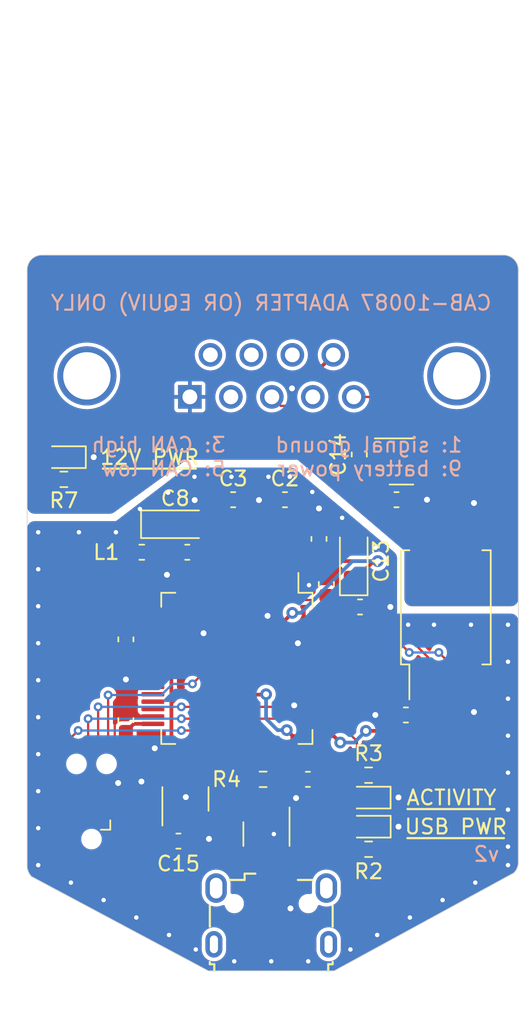
<source format=kicad_pcb>
(kicad_pcb (version 20221018) (generator pcbnew)
  (layers (0 "F.Cu" signal) (31 "B.Cu" signal) (34 "B.Paste" user) (35 "F.Paste" user) (36 "B.SilkS" user "B.Silkscreen") (37 "F.SilkS" user "F.Silkscreen") (38 "B.Mask" user) (39 "F.Mask" user) (44 "Edge.Cuts" user))
  (net 0 "")
  (net 1 "GND")
  (net 2 "Net-(U3-PF0)")
  (net 3 "Net-(U3-PF1)")
  (net 4 "GNDPWR")
  (net 5 "/USBD+")
  (net 6 "Net-(U3-VDDA)")
  (net 7 "Net-(D1-A)")
  (net 8 "/NRST")
  (net 9 "/USBD-")
  (net 10 "Net-(D2-A)")
  (net 11 "Net-(D3-A)")
  (net 12 "+5V")
  (net 14 "+BATT")
  (net 16 "/SWO")
  (net 17 "/SWCLK")
  (net 18 "/SWDIO")
  (net 19 "/CAN_TX")
  (net 20 "/CAN_RX")
  (net 24 "+3V3")
  (net 26 "Net-(U3-PA15)")
  (net 27 "Net-(U3-PA10)")
  (net 29 "VBUS")
  (net 71 "/$USBD+")
  (net 72 "/$USBD-")
  (net 76 "/CAN-")
  (net 77 "/CAN+")
  (net 78 "GNDS")
  (footprint "Connector_Dsub:DSUB-9_Female_Horizontal_P2.77x2.84mm_EdgePinOffset9.90mm_Housed_MountingHolesOffset11.32mm" (layer "F.Cu") (at 145 70.6 180)
    (fp_text reference "J1" hide)
    (fp_text value "LD09P13A4GV00LF")
  )
  (footprint "Capacitor_SMD:C_0603_1608Metric" (layer "F.Cu") (at 159.6 92.1 180)
    (fp_text reference "C9" hide)
    (fp_text value "0.1uF")
  )
  (footprint "LED_SMD:LED_0603_1608Metric" (layer "F.Cu") (at 157.085 99.65 180)
    (fp_text reference "D1" hide)
    (fp_text value "2.7V/5mA")
  )
  (footprint "Package_TO_SOT_SMD:SOT-23-5" (layer "F.Cu") (at 144.7 97.775 90)
    (fp_text reference "U1" hide)
    (fp_text value "NCP730ASN330")
  )
  (footprint "Capacitor_SMD:C_0603_1608Metric" (layer "F.Cu") (at 144.225 100.625)
    (fp_text reference "C15")
    (fp_text value "1uF")
  )
  (footprint "Capacitor_SMD:C_0603_1608Metric" (layer "F.Cu") (at 147.925 77.55)
    (fp_text reference "C3")
    (fp_text value "26pF")
  )
  (footprint "Capacitor_Tantalum_SMD:CP_EIA-3216-18_Kemet-A" (layer "F.Cu") (at 144.01 79.21)
    (fp_text reference "C8")
    (fp_text value "1uF")
  )
  (footprint "Capacitor_SMD:C_0603_1608Metric" (layer "F.Cu") (at 153.725 80.2 90)
    (fp_text reference "C1" hide)
    (fp_text value "0.1uF")
  )
  (footprint "Capacitor_SMD:C_0603_1608Metric" (layer "F.Cu") (at 154.225 83.25 90)
    (fp_text reference "C4" hide)
    (fp_text value "0.1uF")
  )
  (footprint "Capacitor_SMD:C_0603_1608Metric" (layer "F.Cu") (at 152.975 96.45 180)
    (fp_text reference "C11" hide)
    (fp_text value "0.1uF")
  )
  (footprint "Resistor_SMD:R_0603_1608Metric" (layer "F.Cu") (at 149.95 96.45 180)
    (fp_text reference "R4")
    (fp_text value "1500/1%")
  )
  (footprint "Connector:Tag-Connect_TC2030-IDC-NL_2x03_P1.27mm_Vertical" (layer "F.Cu") (at 138.35 97.95 90)
    (fp_text reference "J3" hide)
    (fp_text value "TC2030-IDC-NL")
  )
  (footprint "Capacitor_SMD:C_0603_1608Metric" (layer "F.Cu") (at 158.9625 77.55)
    (fp_text reference "C10" hide)
    (fp_text value "0.1uF")
  )
  (footprint "Crystal:Crystal_SMD_5032-2Pin_5.0x3.2mm" (layer "F.Cu") (at 149.675 80.275 180)
    (fp_text reference "Y1" hide)
    (fp_text value "ECS-80-18-30-JGN")
  )
  (footprint "Package_QFP:LQFP-64_10x10mm_P0.5mm" (layer "F.Cu") (at 148.175 88.95 -90)
    (fp_text reference "U3" hide)
    (fp_text value "STM32F303RCTx")
  )
  (footprint "Capacitor_SMD:C_0603_1608Metric" (layer "F.Cu") (at 140.675 92.45 90)
    (fp_text reference "C7" hide)
    (fp_text value "0.1uF")
  )
  (footprint "Inductor_SMD:L_0603_1608Metric" (layer "F.Cu") (at 141.75 81.1)
    (fp_text reference "L1")
    (fp_text value "BLM18KG700JH1D")
  )
  (footprint "Capacitor_SMD:C_0603_1608Metric" (layer "F.Cu") (at 156.5 84.8)
    (fp_text reference "C12" hide)
    (fp_text value "0.1uF")
  )
  (footprint "Capacitor_SMD:C_0603_1608Metric" (layer "F.Cu") (at 151.425 77.55 180)
    (fp_text reference "C2")
    (fp_text value "26pF")
  )
  (footprint "Capacitor_Tantalum_SMD:CP_EIA-3216-18_Kemet-A" (layer "F.Cu") (at 156.075 81.7 90)
    (fp_text reference "C13")
    (fp_text value "10uF")
  )
  (footprint "Capacitor_SMD:C_0603_1608Metric" (layer "F.Cu") (at 140.675 86.99 -90)
    (fp_text reference "C5" hide)
    (fp_text value "0.1uF")
  )
  (footprint "Package_SO:SOIC-8_7.5x5.85mm_P1.27mm" (layer "F.Cu") (at 162.3 84.825 90)
    (fp_text reference "U4" hide)
    (fp_text value "ADM3058E")
  )
  (footprint "Connector_USB:USB_Micro-B_Wuerth_629105150521" (layer "F.Cu") (at 150.5 105.65)
    (fp_text reference "J2" hide)
    (fp_text value "629105150521")
  )
  (footprint "Package_TO_SOT_SMD:SOT-23-6" (layer "F.Cu") (at 150.175 100.15 -90)
    (fp_text reference "U2" hide)
    (fp_text value "USBLC6-2SC6")
  )
  (footprint "Resistor_SMD:R_0603_1608Metric" (layer "F.Cu") (at 157.08 101.175)
    (fp_text reference "R2")
    (fp_text value "620/0.1W")
  )
  (footprint "Package_TO_SOT_SMD:SOT-23-5" (layer "F.Cu") (at 159.3 74.965)
    (fp_text reference "U5" hide)
    (fp_text value "NCP730ASN500")
  )
  (footprint "Resistor_SMD:R_0603_1608Metric" (layer "F.Cu") (at 136.4825 76.175 180)
    (fp_text reference "R7")
    (fp_text value "2400/0.1W")
  )
  (footprint "LED_SMD:LED_0603_1608Metric" (layer "F.Cu") (at 136.4825 74.675 180)
    (fp_text reference "D3" hide)
    (fp_text value "2.7V/5mA")
  )
  (footprint "Resistor_SMD:R_0603_1608Metric" (layer "F.Cu") (at 157.08 96.17)
    (fp_text reference "R3")
    (fp_text value "620/0.1W")
  )
  (footprint "LED_SMD:LED_0603_1608Metric" (layer "F.Cu") (at 157.08 97.685 180)
    (fp_text reference "D2" hide)
    (fp_text value "2.7V/5mA")
  )
  (footprint "Capacitor_SMD:C_0603_1608Metric" (layer "F.Cu") (at 156.45 74.495 -90)
    (fp_text reference "C14")
    (fp_text value "1uF")
  )
  (footprint "Capacitor_SMD:C_0603_1608Metric" (layer "F.Cu") (at 144.825 81.1)
    (fp_text reference "C6" hide)
    (fp_text value "0.1uF")
  )
  (gr_line (start 159.7 100.425) (end 166.225 100.425) (stroke (width 0.15)) (layer "F.SilkS"))
  (gr_line (start 159.71 98.46) (end 165.585 98.46) (stroke (width 0.15)) (layer "F.SilkS"))
  (gr_line (start 139.125 75.45) (end 145.4 75.45) (stroke (width 0.15)) (layer "F.SilkS"))
  (gr_arc (start 166.2 61.01) (mid 166.907107 61.302893) (end 167.2 62.01) (stroke (width 0.05)) (layer "Edge.Cuts"))
  (gr_line (start 134.300483 103.02543) (end 146.25 109.4) (stroke (width 0.05)) (layer "Edge.Cuts"))
  (gr_line (start 166.2 61.01) (end 135 61.01) (stroke (width 0.05)) (layer "Edge.Cuts"))
  (gr_arc (start 134 62.01) (mid 134.292893 61.302893) (end 135 61.01) (stroke (width 0.05)) (layer "Edge.Cuts"))
  (gr_line (start 154.75 109.4) (end 166.899517 102.77543) (stroke (width 0.05)) (layer "Edge.Cuts"))
  (gr_arc (start 134.300483 103.02543) (mid 134.078093 102.6926) (end 134 102.3) (stroke (width 0.05)) (layer "Edge.Cuts"))
  (gr_line (start 146.25 109.4) (end 154.75 109.4) (stroke (width 0.05)) (layer "Edge.Cuts"))
  (gr_line (start 167.2 102.05) (end 167.2 62.01) (stroke (width 0.05)) (layer "Edge.Cuts"))
  (gr_arc (start 167.2 102.05) (mid 167.121907 102.4426) (end 166.899517 102.77543) (stroke (width 0.05)) (layer "Edge.Cuts"))
  (gr_line (start 134 102.3) (end 134 62.01) (stroke (width 0.05)) (layer "Edge.Cuts"))
  (gr_text "1: signal ground\n9: battery power" (at 163.5 74.65) (layer "B.SilkS") (effects (font (size 1 1)) (justify left mirror)))
  (gr_text "CAB-10087 ADAPTER (OR EQUIV) ONLY" (at 150.5 64.25) (layer "B.SilkS") (effects (font (size 1 1)) (justify mirror)))
  (gr_text "v2" (at 166 101.5) (layer "B.SilkS") (effects (font (size 1 1)) (justify left mirror)))
  (gr_text "3: CAN high\n5: CAN low" (at 147.5 74.65) (layer "B.SilkS") (effects (font (size 1 1)) (justify left mirror)))
  (gr_text "USB PWR" (at 159.425 99.65) (layer "F.SilkS") (effects (font (size 1 1)) (justify left)))
  (gr_text "ACTIVITY" (at 159.56 97.685) (layer "F.SilkS") (effects (font (size 1 1)) (justify left)))
  (gr_text "12V PWR" (at 138.85 74.675) (layer "F.SilkS") (effects (font (size 1 1)) (justify left)))
  (segment (start 151.425 95.6875) (end 152.1875 96.45) (width 0.25) (layer "F.Cu") (net 1))
  (segment (start 146.425 83.275) (end 146.425 82.75) (width 0.25) (layer "F.Cu") (net 1))
  (segment (start 153.85 85.7) (end 156.8625 85.7) (width 0.25) (layer "F.Cu") (net 1))
  (segment (start 138.985 96.68) (end 140.13 96.68) (width 0.25) (layer "F.Cu") (net 1))
  (segment (start 152.35 87.2) (end 152.3 87.25) (width 0.153) (layer "F.Cu") (net 1))
  (segment (start 140.13 96.68) (end 140.15 96.7) (width 0.25) (layer "F.Cu") (net 1))
  (segment (start 151.425 94.625) (end 151.425 95.6875) (width 0.25) (layer "F.Cu") (net 1))
  (segment (start 144.7 98.875) (end 144.7 100.1625) (width 0.25) (layer "F.Cu") (net 1))
  (segment (start 139.92349 94.232805) (end 141.725 96.034315) (width 0.153) (layer "F.Cu") (net 1))
  (segment (start 157.2875 85.275) (end 157.2875 84.8) (width 0.25) (layer "F.Cu") (net 1))
  (segment (start 156.8625 85.7) (end 157.2875 85.275) (width 0.25) (layer "F.Cu") (net 1))
  (segment (start 153.85 87.2) (end 152.35 87.2) (width 0.153) (layer "F.Cu") (net 1))
  (segment (start 140.675 90.403222) (end 139.92349 91.154732) (width 0.153) (layer "F.Cu") (net 1))
  (segment (start 146.40001 81.88751) (end 145.6125 81.1) (width 0.25) (layer "F.Cu") (net 1))
  (segment (start 141.2125 92.2) (end 140.675 91.6625) (width 0.25) (layer "F.Cu") (net 1))
  (segment (start 139.92349 91.154732) (end 139.92349 94.232805) (width 0.153) (layer "F.Cu") (net 1))
  (segment (start 153.9125 82.4625) (end 154.225 82.4625) (width 0.153) (layer "F.Cu") (net 1))
  (segment (start 142.5 92.2) (end 141.2125 92.2) (width 0.25) (layer "F.Cu") (net 1))
  (segment (start 144.7 100.1625) (end 145.0125 100.475) (width 0.25) (layer "F.Cu") (net 1))
  (segment (start 140.675 89.7) (end 140.675 90.403222) (width 0.153) (layer "F.Cu") (net 1))
  (segment (start 153.05 83.325) (end 153.9125 82.4625) (width 0.153) (layer "F.Cu") (net 1))
  (segment (start 146.40001 82.72501) (end 146.40001 81.88751) (width 0.25) (layer "F.Cu") (net 1))
  (segment (start 146.425 82.75) (end 146.40001 82.72501) (width 0.25) (layer "F.Cu") (net 1))
  (segment (start 141.725 96.034315) (end 141.725 96.6) (width 0.153) (layer "F.Cu") (net 1))
  (via (at 157.535 92.1) (size 0.8) (drill 0.4) (layers "F.Cu" "B.Cu") (net 1))
  (via (at 158.55 84.8) (size 0.8) (drill 0.4) (layers "F.Cu" "B.Cu") (net 1))
  (via (at 153.725 78.14) (size 0.8) (drill 0.4) (layers "F.Cu" "B.Cu") (net 1))
  (via (at 145.325 77.575) (size 0.8) (drill 0.4) (layers "F.Cu" "B.Cu") (net 1))
  (via (at 152.175 97.715) (size 0.8) (drill 0.4) (layers "F.Cu" "B.Cu") (net 1))
  (via (at 159.1 99.65) (size 0.8) (drill 0.4) (layers "F.Cu" "B.Cu") (net 1))
  (via (at 140.675 89.7) (size 0.8) (drill 0.4) (layers "F.Cu" "B.Cu") (net 1))
  (via (at 159.1 97.675) (size 0.8) (drill 0.4) (layers "F.Cu" "B.Cu") (net 1))
  (via (at 153.275 77.025) (size 0.6) (drill 0.3) (layers "F.Cu" "B.Cu") (net 1))
  (via (at 146.29 100.475) (size 0.8) (drill 0.4) (layers "F.Cu" "B.Cu") (net 1))
  (via (at 151.8 105.175) (size 0.8) (drill 0.4) (layers "F.Cu" "B.Cu") (net 1))
  (via (at 134.75 82.25) (size 0.6) (drill 0.3) (layers "F.Cu" "B.Cu") (net 1))
  (via (at 134.75 84.75) (size 0.6) (drill 0.3) (layers "F.Cu" "B.Cu") (net 1))
  (via (at 134.75 87.25) (size 0.6) (drill 0.3) (layers "F.Cu" "B.Cu") (net 1))
  (via (at 134.75 89.75) (size 0.6) (drill 0.3) (layers "F.Cu" "B.Cu") (net 1))
  (via (at 134.75 92.25) (size 0.6) (drill 0.3) (layers "F.Cu" "B.Cu") (net 1))
  (via (at 134.75 94.75) (size 0.6) (drill 0.3) (layers "F.Cu" "B.Cu") (net 1))
  (via (at 134.75 97.25) (size 0.6) (drill 0.3) (layers "F.Cu" "B.Cu") (net 1))
  (via (at 134.75 99.75) (size 0.6) (drill 0.3) (layers "F.Cu" "B.Cu") (net 1))
  (via (at 134.75 102.25) (size 0.6) (drill 0.3) (layers "F.Cu" "B.Cu") (net 1))
  (via (at 166.5 88.5) (size 0.6) (drill 0.3) (layers "F.Cu" "B.Cu") (net 1))
  (via (at 166.5 91) (size 0.6) (drill 0.3) (layers "F.Cu" "B.Cu") (net 1))
  (via (at 166.5 93.5) (size 0.6) (drill 0.3) (layers "F.Cu" "B.Cu") (net 1))
  (via (at 166.5 96) (size 0.6) (drill 0.3) (layers "F.Cu" "B.Cu") (net 1))
  (via (at 166.5 98.5) (size 0.6) (drill 0.3) (layers "F.Cu" "B.Cu") (net 1))
  (via (at 166.5 101) (size 0.6) (drill 0.3) (layers "F.Cu" "B.Cu") (net 1))
  (via (at 136.96 103.43) (size 0.6) (drill 0.3) (layers "F.Cu" "B.Cu") (net 1))
  (via (at 139.17 104.61) (size 0.6) (drill 0.3) (layers "F.Cu" "B.Cu") (net 1))
  (via (at 141.38 105.79) (size 0.6) (drill 0.3) (layers "F.Cu" "B.Cu") (net 1))
  (via (at 166.5 102.25) (size 0.6) (drill 0.3) (layers "F.Cu" "B.Cu") (net 1))
  (via (at 164.29 103.43) (size 0.6) (drill 0.3) (layers "F.Cu" "B.Cu") (net 1))
  (via (at 162.08 104.61) (size 0.6) (drill 0.3) (layers "F.Cu" "B.Cu") (net 1))
  (via (at 159.87 105.79) (size 0.6) (drill 0.3) (layers "F.Cu" "B.Cu") (net 1))
  (via (at 137.5 79.75) (size 0.6) (drill 0.3) (layers "F.Cu" "B.Cu") (net 1))
  (via (at 164 86) (size 0.6) (drill 0.3) (layers "F.Cu" "B.Cu") (net 1))
  (via (at 161.5 86) (size 0.6) (drill 0.3) (layers "F.Cu" "B.Cu") (net 1))
  (via (at 140 79.75) (size 0.6) (drill 0.3) (layers "F.Cu" "B.Cu") (net 1))
  (via (at 141.625 78.175) (size 0.6) (drill 0.3) (layers "F.Cu" "B.Cu") (net 1))
  (via (at 143.525 77.075) (size 0.6) (drill 0.3) (layers "F.Cu" "B.Cu") (net 1))
  (via (at 145.31 76) (size 0.6) (drill 0.3) (layers "F.Cu" "B.Cu") (net 1))
  (via (at 147.81 76) (size 0.6) (drill 0.3) (layers "F.Cu" "B.Cu") (net 1))
  (via (at 150.31 76) (size 0.6) (drill 0.3) (layers "F.Cu" "B.Cu") (net 1))
  (via (at 151.75 76) (size 0.6) (drill 0.3) (layers "F.Cu" "B.Cu") (net 1))
  (via (at 155.29 78.775) (size 0.6) (drill 0.3) (layers "F.Cu" "B.Cu") (net 1))
  (via (at 157.55 80.8) (size 0.6) (drill 0.3) (layers "F.Cu" "B.Cu") (net 1))
  (via (at 159.75 86) (size 0.6) (drill 0.3) (layers "F.Cu" "B.Cu") (net 1))
  (via (at 148 108.75) (size 0.6) (drill 0.3) (layers "F.Cu" "B.Cu") (net 1))
  (via (at 150.5 108.75) (size 0.6) (drill 0.3) (layers "F.Cu" "B.Cu") (net 1))
  (via (at 153 108.75) (size 0.6) (drill 0.3) (layers "F.Cu" "B.Cu") (net 1))
  (via (at 143.59 106.97) (size 0.6) (drill 0.3) (layers "F.Cu" "B.Cu") (net 1))
  (via (at 145.4 107.95) (size 0.6) (drill 0.3) (layers "F.Cu" "B.Cu") (net 1))
  (via (at 155.85 107.95) (size 0.6) (drill 0.3) (layers "F.Cu" "B.Cu") (net 1))
  (via (at 157.66 106.97) (size 0.6) (drill 0.3) (layers "F.Cu" "B.Cu") (net 1))
  (via (at 164.2 91.9) (size 0.8) (drill 0.4) (layers "F.Cu" "B.Cu") (net 1))
  (via (at 140.15 96.7) (size 0.8) (drill 0.4) (layers "F.Cu" "B.Cu") (net 1))
  (via (at 153.05 83.325) (size 0.6) (drill 0.3) (layers "F.Cu" "B.Cu") (net 1))
  (via (at 145.925 86.575) (size 0.8) (drill 0.4) (layers "F.Cu" "B.Cu") (net 1))
  (via (at 134.75 79.75) (size 0.6) (drill 0.3) (layers "F.Cu" "B.Cu") (net 1))
  (via (at 152.3 87.25) (size 0.8) (drill 0.4) (layers "F.Cu" "B.Cu") (net 1))
  (via (at 144.725 97.65) (size 0.8) (drill 0.4) (layers "F.Cu" "B.Cu") (net 1))
  (via (at 150.675 100.15) (size 0.6) (drill 0.3) (layers "F.Cu" "B.Cu") (net 1))
  (via (at 152.05 91.45) (size 0.8) (drill 0.4) (layers "F.Cu" "B.Cu") (net 1))
  (via (at 141.725 96.6) (size 0.8) (drill 0.4) (layers "F.Cu" "B.Cu") (net 1))
  (via (at 150.25 85.4) (size 0.8) (drill 0.4) (layers "F.Cu" "B.Cu") (net 1))
  (via (at 149.67 77.575) (size 0.8) (drill 0.4) (layers "F.Cu" "B.Cu") (net 1))
  (via (at 142.625 94.35) (size 0.8) (drill 0.4) (layers "F.Cu" "B.Cu") (net 1))
  (via (at 143.45 82.625) (size 0.8) (drill 0.4) (layers "F.Cu" "B.Cu") (net 1))
  (via (at 166.5 86) (size 0.6) (drill 0.3) (layers "F.Cu" "B.Cu") (net 1))
  (segment (start 152.2125 79.7875) (end 151.725 80.275) (width 0.25) (layer "F.Cu") (net 2))
  (segment (start 149.925 83.275) (end 149.925 80.875) (width 0.25) (layer "F.Cu") (net 2))
  (segment (start 149.925 80.875) (end 150.525 80.275) (width 0.25) (layer "F.Cu") (net 2))
  (segment (start 150.525 80.275) (end 151.725 80.275) (width 0.25) (layer "F.Cu") (net 2))
  (segment (start 152.2125 77.55) (end 152.2125 79.7875) (width 0.25) (layer "F.Cu") (net 2))
  (segment (start 147.1375 77.55) (end 147.1375 79.7875) (width 0.25) (layer "F.Cu") (net 3))
  (segment (start 148.825 80.275) (end 147.625 80.275) (width 0.25) (layer "F.Cu") (net 3))
  (segment (start 147.1375 79.7875) (end 147.625 80.275) (width 0.25) (layer "F.Cu") (net 3))
  (segment (start 149.425 80.875) (end 148.825 80.275) (width 0.25) (layer "F.Cu") (net 3))
  (segment (start 149.425 83.275) (end 149.425 80.875) (width 0.25) (layer "F.Cu") (net 3))
  (segment (start 150.425 96.45) (end 150.422 96.447) (width 0.153) (layer "F.Cu") (net 5))
  (segment (start 151.125 98.254999) (end 150.328 97.457999) (width 0.153) (layer "F.Cu") (net 5))
  (segment (start 150.35151 95.470602) (end 150.35151 94.69849) (width 0.153) (layer "F.Cu") (net 5))
  (segment (start 150.422 96.447) (end 150.37501 96.447) (width 0.153) (layer "F.Cu") (net 5))
  (segment (start 150.35151 94.69849) (end 150.425 94.625) (width 0.153) (layer "F.Cu") (net 5))
  (segment (start 151.125 99.05) (end 151.125 98.254999) (width 0.153) (layer "F.Cu") (net 5))
  (segment (start 150.328 95.494112) (end 150.35151 95.470602) (width 0.153) (layer "F.Cu") (net 5))
  (segment (start 150.7375 96.45) (end 150.425 96.45) (width 0.153) (layer "F.Cu") (net 5))
  (segment (start 150.328 97.457999) (end 150.328 95.494112) (width 0.153) (layer "F.Cu") (net 5))
  (segment (start 144.0375 80.625) (end 144.0375 81.1) (width 0.25) (layer "F.Cu") (net 6))
  (segment (start 142.5375 79.3325) (end 142.66 79.21) (width 0.25) (layer "F.Cu") (net 6))
  (segment (start 142.66 79.21) (end 143.36 79.21) (width 0.25) (layer "F.Cu") (net 6))
  (segment (start 145.925 82.434298) (end 145.925 82.5) (width 0.25) (layer "F.Cu") (net 6))
  (segment (start 144.63749 82.17499) (end 145.665692 82.17499) (width 0.25) (layer "F.Cu") (net 6))
  (segment (start 142.5375 81.1) (end 142.5375 79.3325) (width 0.25) (layer "F.Cu") (net 6))
  (segment (start 145.925 82.5) (end 145.925 83.275) (width 0.25) (layer "F.Cu") (net 6))
  (segment (start 144.0375 79.8875) (end 144.0375 80.625) (width 0.25) (layer "F.Cu") (net 6))
  (segment (start 143.36 79.21) (end 144.0375 79.8875) (width 0.25) (layer "F.Cu") (net 6))
  (segment (start 144.0375 81.575) (end 144.63749 82.17499) (width 0.25) (layer "F.Cu") (net 6))
  (segment (start 145.665692 82.17499) (end 145.925 82.434298) (width 0.25) (layer "F.Cu") (net 6))
  (segment (start 144.0375 81.1) (end 144.0375 81.575) (width 0.25) (layer "F.Cu") (net 6))
  (segment (start 157.8225 101.175) (end 156.2975 99.65) (width 0.25) (layer "F.Cu") (net 7))
  (segment (start 157.8675 101.175) (end 157.8225 101.175) (width 0.25) (layer "F.Cu") (net 7))
  (segment (start 140.826501 95.728235) (end 139.475 94.376734) (width 0.153) (layer "F.Cu") (net 8))
  (segment (start 148.925 86.25) (end 148.925 83.275) (width 0.153) (layer "F.Cu") (net 8))
  (segment (start 153.75 84.0375) (end 153.46099 84.32651) (width 0.153) (layer "F.Cu") (net 8))
  (segment (start 138.985 97.95) (end 139.901222 97.95) (width 0.153) (layer "F.Cu") (net 8))
  (segment (start 139.475 94.376734) (end 139.475 91.25) (width 0.153) (layer "F.Cu") (net 8))
  (segment (start 154.225 84.0375) (end 153.75 84.0375) (width 0.153) (layer "F.Cu") (net 8))
  (segment (start 139.901222 97.95) (end 140.826501 97.024721) (width 0.153) (layer "F.Cu") (net 8))
  (segment (start 140.826501 97.024721) (end 140.826501 95.728235) (width 0.153) (layer "F.Cu") (net 8))
  (segment (start 139.475 91.25) (end 139.475 90.75) (width 0.153) (layer "F.Cu") (net 8))
  (segment (start 148.925 84.05) (end 148.925 83.275) (width 0.153) (layer "F.Cu") (net 8))
  (segment (start 153.46099 84.32651) (end 149.20151 84.32651) (width 0.153) (layer "F.Cu") (net 8))
  (segment (start 145.175 90) (end 148.925 86.25) (width 0.153) (layer "F.Cu") (net 8))
  (segment (start 149.20151 84.32651) (end 148.925 84.05) (width 0.153) (layer "F.Cu") (net 8))
  (via (at 139.475 90.75) (size 0.6) (drill 0.3) (layers "F.Cu" "B.Cu") (net 8))
  (via (at 145.175 90) (size 0.6) (drill 0.3) (layers "F.Cu" "B.Cu") (net 8))
  (segment (start 143.825 90) (end 145.175 90) (width 0.153) (layer "B.Cu") (net 8))
  (segment (start 143.075 90.75) (end 143.825 90) (width 0.153) (layer "B.Cu") (net 8))
  (segment (start 139.475 90.75) (end 143.075 90.75) (width 0.153) (layer "B.Cu") (net 8))
  (segment (start 149.225 98.254999) (end 150.022 97.457999) (width 0.153) (layer "F.Cu") (net 9))
  (segment (start 150.022 95.494112) (end 149.99849 95.470602) (width 0.153) (layer "F.Cu") (net 9))
  (segment (start 149.99849 95.470602) (end 149.99849 94.69849) (width 0.153) (layer "F.Cu") (net 9))
  (segment (start 150.022 97.457999) (end 150.022 95.494112) (width 0.153) (layer "F.Cu") (net 9))
  (segment (start 149.225 99.05) (end 149.225 98.254999) (width 0.153) (layer "F.Cu") (net 9))
  (segment (start 149.99849 94.69849) (end 149.925 94.625) (width 0.153) (layer "F.Cu") (net 9))
  (segment (start 156.3525 97.685) (end 157.8675 96.17) (width 0.153) (layer "F.Cu") (net 10))
  (segment (start 156.2925 97.685) (end 156.3525 97.685) (width 0.153) (layer "F.Cu") (net 10))
  (segment (start 135.695 74.675) (end 135.695 76.175) (width 0.25) (layer "F.Cu") (net 11))
  (segment (start 138.073002 76.175) (end 137.7075 76.175) (width 0.25) (layer "F.Cu") (net 12))
  (segment (start 159.65 79.5) (end 160.095 79.5) (width 0.25) (layer "F.Cu") (net 12))
  (segment (start 158.1875 77.55) (end 159.45 76.2875) (width 0.25) (layer "F.Cu") (net 12))
  (segment (start 140.273002 73.975) (end 138.073002 76.175) (width 0.25) (layer "F.Cu") (net 12))
  (segment (start 156.95 77.55) (end 153.375 73.975) (width 0.25) (layer "F.Cu") (net 12))
  (segment (start 158.175 77.55) (end 158.175 78.025) (width 0.25) (layer "F.Cu") (net 12))
  (segment (start 153.375 73.975) (end 140.273002 73.975) (width 0.25) (layer "F.Cu") (net 12))
  (segment (start 159.45 76.2875) (end 159.45 75.0025) (width 0.25) (layer "F.Cu") (net 12))
  (segment (start 137.7075 76.175) (end 137.27 76.175) (width 0.25) (layer "F.Cu") (net 12))
  (segment (start 158.175 77.55) (end 156.95 77.55) (width 0.25) (layer "F.Cu") (net 12))
  (segment (start 159.45 75.0025) (end 160.4375 74.015) (width 0.25) (layer "F.Cu") (net 12))
  (segment (start 160.095 79.5) (end 160.395 79.5) (width 0.25) (layer "F.Cu") (net 12))
  (segment (start 158.175 78.025) (end 159.65 79.5) (width 0.25) (layer "F.Cu") (net 12))
  (segment (start 149.877599 69.219999) (end 153.235001 69.219999) (width 0.25) (layer "F.Cu") (net 14))
  (segment (start 149.159999 71.262401) (end 149.159999 69.937599) (width 0.25) (layer "F.Cu") (net 14))
  (segment (start 149.159999 69.937599) (end 149.877599 69.219999) (width 0.25) (layer "F.Cu") (net 14))
  (segment (start 150.847598 72.95) (end 155.68 72.95) (width 0.25) (layer "F.Cu") (net 14))
  (segment (start 158.2 74.015) (end 156.9075 74.015) (width 0.25) (layer "F.Cu") (net 14))
  (segment (start 156.9075 74.015) (end 156.6 73.7075) (width 0.25) (layer "F.Cu") (net 14))
  (segment (start 150.847598 72.95) (end 149.159999 71.262401) (width 0.25) (layer "F.Cu") (net 14))
  (segment (start 155.68 72.95) (end 156.45 73.72) (width 0.25) (layer "F.Cu") (net 14))
  (segment (start 153.235001 69.219999) (end 154.695 67.76) (width 0.25) (layer "F.Cu") (net 14))
  (segment (start 138.35 96.045) (end 137.715 96.68) (width 0.153) (layer "F.Cu") (net 16))
  (segment (start 138.8 93.825) (end 138.35 94.275) (width 0.153) (layer "F.Cu") (net 16))
  (segment (start 138.8 91.55) (end 138.8 93.825) (width 0.153) (layer "F.Cu") (net 16))
  (segment (start 152.6 89.7) (end 153.85 89.7) (width 0.153) (layer "F.Cu") (net 16))
  (segment (start 138.35 94.275) (end 138.35 96.045) (width 0.153) (layer "F.Cu") (net 16))
  (segment (start 150.75 91.55) (end 152.6 89.7) (width 0.153) (layer "F.Cu") (net 16))
  (segment (start 144.425 91.55) (end 150.75 91.55) (width 0.153) (layer "F.Cu") (net 16))
  (via (at 144.425 91.55) (size 0.6) (drill 0.3) (layers "F.Cu" "B.Cu") (net 16))
  (via (at 138.8 91.55) (size 0.6) (drill 0.3) (layers "F.Cu" "B.Cu") (net 16))
  (segment (start 144.425 91.55) (end 138.8 91.55) (width 0.153) (layer "B.Cu") (net 16))
  (segment (start 136.562199 96.797199) (end 136.562199 95.039535) (width 0.153) (layer "F.Cu") (net 17))
  (segment (start 152.6 92.7) (end 153.85 92.7) (width 0.153) (layer "F.Cu") (net 17))
  (segment (start 138.125 93.476734) (end 138.125 92.35) (width 0.153) (layer "F.Cu") (net 17))
  (segment (start 137.715 97.95) (end 136.562199 96.797199) (width 0.153) (layer "F.Cu") (net 17))
  (segment (start 152.25 92.35) (end 152.6 92.7) (width 0.153) (layer "F.Cu") (net 17))
  (segment (start 136.562199 95.039535) (end 138.125 93.476734) (width 0.153) (layer "F.Cu") (net 17))
  (segment (start 144.425 92.35) (end 152.25 92.35) (width 0.153) (layer "F.Cu") (net 17))
  (via (at 144.425 92.35) (size 0.6) (drill 0.3) (layers "F.Cu" "B.Cu") (net 17))
  (via (at 138.125 92.35) (size 0.6) (drill 0.3) (layers "F.Cu" "B.Cu") (net 17))
  (segment (start 138.125 92.35) (end 144.425 92.35) (width 0.153) (layer "B.Cu") (net 17))
  (segment (start 137.715 99.22) (end 136.209189 97.714189) (width 0.153) (layer "F.Cu") (net 18))
  (segment (start 144.425 93.15) (end 150.225 93.15) (width 0.153) (layer "F.Cu") (net 18))
  (segment (start 136.209189 97.714189) (end 136.209189 94.390811) (width 0.153) (layer "F.Cu") (net 18))
  (segment (start 136.209189 94.390811) (end 137.45 93.15) (width 0.153) (layer "F.Cu") (net 18))
  (segment (start 150.225 93.15) (end 150.925 93.85) (width 0.153) (layer "F.Cu") (net 18))
  (segment (start 150.925 93.85) (end 150.925 94.625) (width 0.153) (layer "F.Cu") (net 18))
  (via (at 144.425 93.15) (size 0.6) (drill 0.3) (layers "F.Cu" "B.Cu") (net 18))
  (via (at 137.45 93.15) (size 0.6) (drill 0.3) (layers "F.Cu" "B.Cu") (net 18))
  (segment (start 144.425 93.15) (end 137.45 93.15) (width 0.153) (layer "B.Cu") (net 18))
  (segment (start 153.85 86.2) (end 159.096778 86.2) (width 0.153) (layer "F.Cu") (net 19))
  (segment (start 161.665 89.25) (end 161.665 90.15) (width 0.153) (layer "F.Cu") (net 19))
  (segment (start 161.665 88.768222) (end 161.665 89.25) (width 0.153) (layer "F.Cu") (net 19))
  (segment (start 159.096778 86.2) (end 161.665 88.768222) (width 0.153) (layer "F.Cu") (net 19))
  (segment (start 158.65 86.7) (end 159.825 87.875) (width 0.153) (layer "F.Cu") (net 20))
  (segment (start 153.85 86.7) (end 158.65 86.7) (width 0.153) (layer "F.Cu") (net 20))
  (segment (start 162.935 88.985) (end 162.935 90.15) (width 0.153) (layer "F.Cu") (net 20))
  (segment (start 161.825 87.875) (end 162.935 88.985) (width 0.153) (layer "F.Cu") (net 20))
  (via (at 161.825 87.875) (size 0.6) (drill 0.3) (layers "F.Cu" "B.Cu") (net 20))
  (via (at 159.825 87.875) (size 0.6) (drill 0.3) (layers "F.Cu" "B.Cu") (net 20))
  (segment (start 159.825 87.875) (end 161.825 87.875) (width 0.153) (layer "B.Cu") (net 20))
  (segment (start 143.75 96.525) (end 143.175 96.525) (width 0.25) (layer "F.Cu") (net 24))
  (segment (start 141.2125 92.7) (end 140.675 93.2375) (width 0.25) (layer "F.Cu") (net 24))
  (segment (start 153.2 81.475) (end 153.475 81.2) (width 0.25) (layer "F.Cu") (net 24))
  (segment (start 160.3875 92.575) (end 160.3875 92.1) (width 0.25) (layer "F.Cu") (net 24))
  (segment (start 155.7125 83.275) (end 155.95 83.275) (width 0.25) (layer "F.Cu") (net 24))
  (segment (start 143.75 86.609298) (end 143.75 85.275) (width 0.25) (layer "F.Cu") (net 24))
  (segment (start 153.85 85.2) (end 155.3125 85.2) (width 0.25) (layer "F.Cu") (net 24))
  (segment (start 140.6775 86.2) (end 140.675 86.2025) (width 0.25) (layer "F.Cu") (net 24))
  (segment (start 155.855 101.175) (end 156.2925 101.175) (width 0.25) (layer "F.Cu") (net 24))
  (segment (start 157.7 81.7) (end 157.425 81.7) (width 0.25) (layer "F.Cu") (net 24))
  (segment (start 144.324998 90.725) (end 146.4 90.725) (width 0.25) (layer "F.Cu") (net 24))
  (segment (start 143.340702 86.2) (end 143.275 86.2) (width 0.25) (layer "F.Cu") (net 24))
  (segment (start 142.5 86.2) (end 140.6775 86.2) (width 0.25) (layer "F.Cu") (net 24))
  (segment (start 140.9625 81.575) (end 140.9625 81.1) (width 0.25) (layer "F.Cu") (net 24))
  (segment (start 143.75 84.3625) (end 140.9625 81.575) (width 0.25) (layer "F.Cu") (net 24))
  (segment (start 155.7125 83.275) (end 155.725 83.275) (width 0.25) (layer "F.Cu") (net 24))
  (segment (start 151.55 93.125) (end 151.949999 93.524999) (width 0.25) (layer "F.Cu") (net 24))
  (segment (start 140.675 93.675) (end 140.675 93.2375) (width 0.25) (layer "F.Cu") (net 24))
  (segment (start 143.75 96.525) (end 143.272 96.525) (width 0.153) (layer "F.Cu") (net 24))
  (segment (start 146.4 90.725) (end 149.55 90.725) (width 0.25) (layer "F.Cu") (net 24))
  (segment (start 149.55 90.725) (end 150.175 90.725) (width 0.25) (layer "F.Cu") (net 24))
  (segment (start 143.75 91.299998) (end 144.324998 90.725) (width 0.25) (layer "F.Cu") (net 24))
  (segment (start 157.425 81.7) (end 156.075 83.05) (width 0.25) (layer "F.Cu") (net 24))
  (segment (start 152.15 83.275) (end 153.2 82.225) (width 0.25) (layer "F.Cu") (net 24))
  (segment (start 143.75 85.275) (end 143.75 84.3625) (width 0.25) (layer "F.Cu") (net 24))
  (segment (start 139.541775 99.22) (end 138.985 99.22) (width 0.153) (layer "F.Cu") (net 24))
  (segment (start 151.925 93.5) (end 151.55 93.125) (width 0.25) (layer "F.Cu") (net 24))
  (segment (start 143.175 96.525) (end 140.675 94.025) (width 0.25) (layer "F.Cu") (net 24))
  (segment (start 157.7 81.7) (end 155.3 81.7) (width 0.25) (layer "F.Cu") (net 24))
  (segment (start 159.7875 93.175) (end 160.3875 92.575) (width 0.25) (layer "F.Cu") (net 24))
  (segment (start 156.9 93.175) (end 159.7875 93.175) (width 0.25) (layer "F.Cu") (net 24))
  (segment (start 142.5 92.7) (end 141.2125 92.7) (width 0.25) (layer "F.Cu") (net 24))
  (segment (start 146.4 90.725) (end 151.925 85.2) (width 0.25) (layer "F.Cu") (net 24))
  (segment (start 140.675 94.025) (end 140.675 93.675) (width 0.25) (layer "F.Cu") (net 24))
  (segment (start 151.925 94.625) (end 153.75 96.45) (width 0.25) (layer "F.Cu") (net 24))
  (segment (start 160.395 92.0925) (end 160.3875 92.1) (width 0.25) (layer "F.Cu") (net 24))
  (segment (start 153.7625 99.0825) (end 155.855 101.175) (width 0.25) (layer "F.Cu") (net 24))
  (segment (start 155.3125 85.2) (end 155.7125 84.8) (width 0.25) (layer "F.Cu") (net 24))
  (segment (start 155.7125 83.4125) (end 156.075 83.05) (width 0.25) (layer "F.Cu") (net 24))
  (segment (start 143.275 86.2) (end 142.5 86.2) (width 0.25) (layer "F.Cu") (net 24))
  (segment (start 151.925 94.625) (end 151.925 93.5) (width 0.25) (layer "F.Cu") (net 24))
  (segment (start 143.75 86.609298) (end 143.340702 86.2) (width 0.25) (layer "F.Cu") (net 24))
  (segment (start 154.724999 93.524999) (end 155.1625 93.9625) (width 0.25) (layer "F.Cu") (net 24))
  (segment (start 140.577 99.22) (end 139.541775 99.22) (width 0.153) (layer "F.Cu") (net 24))
  (segment (start 151.925 83.275) (end 152.15 83.275) (width 0.25) (layer "F.Cu") (net 24))
  (segment (start 155.3 81.7) (end 154.5875 80.9875) (width 0.25) (layer "F.Cu") (net 24))
  (segment (start 143.75 96.525) (end 143.75 86.609298) (width 0.25) (layer "F.Cu") (net 24))
  (segment (start 143.272 96.525) (end 140.577 99.22) (width 0.153) (layer "F.Cu") (net 24))
  (segment (start 154.5875 80.9875) (end 153.725 80.9875) (width 0.25) (layer "F.Cu") (net 24))
  (segment (start 155.7125 84.8) (end 155.7125 83.4125) (width 0.25) (layer "F.Cu") (net 24))
  (segment (start 153.7625 96.45) (end 153.7625 99.0825) (width 0.25) (layer "F.Cu") (net 24))
  (segment (start 153.2 82.225) (end 153.2 81.475) (width 0.25) (layer "F.Cu") (net 24))
  (segment (start 160.395 90.15) (end 160.395 92.0925) (width 0.25) (layer "F.Cu") (net 24))
  (segment (start 151.949999 93.524999) (end 154.724999 93.524999) (width 0.25) (layer "F.Cu") (net 24))
  (segment (start 143.75 96.525) (end 143.75 91.299998) (width 0.25) (layer "F.Cu") (net 24))
  (via (at 157.7 81.7) (size 0.8) (drill 0.4) (layers "F.Cu" "B.Cu") (net 24))
  (via (at 150.15 90.7) (size 0.8) (drill 0.4) (layers "F.Cu" "B.Cu") (net 24))
  (via (at 156.9 93.175) (size 0.8) (drill 0.4) (layers "F.Cu" "B.Cu") (net 24))
  (via (at 151.925 85.2) (size 0.8) (drill 0.4) (layers "F.Cu" "B.Cu") (net 24))
  (via (at 151.55 93.125) (size 0.8) (drill 0.4) (layers "F.Cu" "B.Cu") (net 24))
  (via (at 155.1625 93.9625) (size 0.8) (drill 0.4) (layers "F.Cu" "B.Cu") (net 24))
  (segment (start 150.15 90.7) (end 150.15 92.35) (width 0.25) (layer "B.Cu") (net 24))
  (segment (start 157.7 81.7) (end 155.990685 81.7) (width 0.25) (layer "B.Cu") (net 24))
  (segment (start 150.925 93.125) (end 151.55 93.125) (width 0.25) (layer "B.Cu") (net 24))
  (segment (start 155.990685 81.7) (end 152.490685 85.2) (width 0.25) (layer "B.Cu") (net 24))
  (segment (start 155.1625 93.9625) (end 156.1125 93.9625) (width 0.25) (layer "B.Cu") (net 24))
  (segment (start 156.1125 93.9625) (end 156.9 93.175) (width 0.25) (layer "B.Cu") (net 24))
  (segment (start 152.490685 85.2) (end 151.925 85.2) (width 0.25) (layer "B.Cu") (net 24))
  (segment (start 150.15 92.35) (end 150.925 93.125) (width 0.25) (layer "B.Cu") (net 24))
  (segment (start 156.2925 96.1325) (end 156.255 96.17) (width 0.153) (layer "F.Cu") (net 26))
  (segment (start 156.2925 93.8675) (end 156.2925 96.1325) (width 0.153) (layer "F.Cu") (net 26))
  (segment (start 156.2925 93.8675) (end 154.625 92.2) (width 0.153) (layer "F.Cu") (net 26))
  (segment (start 156.2925 96.175) (end 156.2975 96.17) (width 0.25) (layer "F.Cu") (net 26))
  (segment (start 154.625 92.2) (end 153.85 92.2) (width 0.153) (layer "F.Cu") (net 26))
  (segment (start 149.425 94.625) (end 149.425 96.1875) (width 0.153) (layer "F.Cu") (net 27))
  (segment (start 149.425 96.1875) (end 149.1625 96.45) (width 0.153) (layer "F.Cu") (net 27))
  (segment (start 148.734998 100.3) (end 149.825 100.3) (width 0.25) (layer "F.Cu") (net 29))
  (segment (start 149.825 100.3) (end 150.175 100.65) (width 0.25) (layer "F.Cu") (net 29))
  (segment (start 143.75 100.1625) (end 143.4375 100.475) (width 0.25) (layer "F.Cu") (net 29))
  (segment (start 150.175 100.65) (end 150.175 101.2875) (width 0.25) (layer "F.Cu") (net 29))
  (segment (start 149.2 103.75) (end 149.2 102.85) (width 0.25) (layer "F.Cu") (net 29))
  (segment (start 147.609998 101.425) (end 144.25 101.425) (width 0.25) (layer "F.Cu") (net 29))
  (segment (start 148.574999 100.459999) (end 147.609998 101.425) (width 0.25) (layer "F.Cu") (net 29))
  (segment (start 148.574999 100.459999) (end 148.734998 100.3) (width 0.25) (layer "F.Cu") (net 29))
  (segment (start 144.25 101.425) (end 143.45 100.625) (width 0.25) (layer "F.Cu") (net 29))
  (segment (start 148.574999 102.224999) (end 148.574999 100.459999) (width 0.25) (layer "F.Cu") (net 29))
  (segment (start 143.75 98.875) (end 143.75 100.1625) (width 0.25) (layer "F.Cu") (net 29))
  (segment (start 149.2 102.85) (end 148.574999 102.224999) (width 0.25) (layer "F.Cu") (net 29))
  (segment (start 150.5 103.325) (end 150.351501 103.176501) (width 0.153) (layer "F.Cu") (net 71))
  (segment (start 150.5 103.75) (end 150.5 103.325) (width 0.153) (layer "F.Cu") (net 71))
  (segment (start 150.351501 102.8185) (end 151.125 102.045001) (width 0.153) (layer "F.Cu") (net 71))
  (segment (start 151.125 102.045001) (end 151.125 101.25) (width 0.153) (layer "F.Cu") (net 71))
  (segment (start 150.351501 103.176501) (end 150.351501 102.8185) (width 0.153) (layer "F.Cu") (net 71))
  (segment (start 149.998499 102.8185) (end 149.225 102.045001) (width 0.153) (layer "F.Cu") (net 72))
  (segment (start 149.225 102.045001) (end 149.225 101.25) (width 0.153) (layer "F.Cu") (net 72))
  (segment (start 149.85 103.325) (end 149.998499 103.176501) (width 0.153) (layer "F.Cu") (net 72))
  (segment (start 149.998499 103.176501) (end 149.998499 102.8185) (width 0.153) (layer "F.Cu") (net 72))
  (segment (start 149.85 103.75) (end 149.85 103.325) (width 0.153) (layer "F.Cu") (net 72))
  (segment (start 157.839271 70.802936) (end 157.859063 70.822728) (width 0.153) (layer "F.Cu") (net 76))
  (segment (start 162.604 72.899078) (end 162.604 79.169) (width 0.153) (layer "F.Cu") (net 76))
  (segment (start 157.754393 69.88338) (end 157.77862 69.907607) (width 0.153) (layer "F.Cu") (net 76))
  (segment (start 157.815134 70.752815) (end 157.824378 70.779235) (width 0.153) (layer "F.Cu") (net 76))
  (segment (start 157.212378 70.779235) (end 157.227271 70.802936) (width 0.153) (layer "F.Cu") (net 76))
  (segment (start 159.036 70.447) (end 159.039836 70.481046) (width 0.153) (layer "F.Cu") (net 76))
  (segment (start 158.070936 70.822728) (end 158.090728 70.802936) (width 0.153) (layer "F.Cu") (net 76))
  (segment (start 159.039836 70.481046) (end 159.051151 70.513385) (width 0.153) (layer "F.Cu") (net 76))
  (segment (start 159.154954 70.596164) (end 159.189 70.6) (width 0.153) (layer "F.Cu") (net 76))
  (segment (start 158.204615 69.865152) (end 158.236954 69.853837) (width 0.153) (layer "F.Cu") (net 76))
  (segment (start 158.39062 69.907607) (end 158.408848 69.936616) (width 0.153) (layer "F.Cu") (net 76))
  (segment (start 159.020848 69.936616) (end 159.032163 69.968955) (width 0.153) (layer "F.Cu") (net 76))
  (segment (start 158.549 70.85) (end 158.605 70.85) (width 0.153) (layer "F.Cu") (net 76))
  (segment (start 158.366393 69.88338) (end 158.39062 69.907607) (width 0.153) (layer "F.Cu") (net 76))
  (segment (start 158.133151 69.936616) (end 158.151379 69.907607) (width 0.153) (layer "F.Cu") (net 76))
  (segment (start 158.632815 70.846865) (end 158.659235 70.837621) (width 0.153) (layer "F.Cu") (net 76))
  (segment (start 158.020815 70.846865) (end 158.047235 70.837621) (width 0.153) (layer "F.Cu") (net 76))
  (segment (start 157.808163 69.968955) (end 157.812 70.003) (width 0.153) (layer "F.Cu") (net 76))
  (segment (start 157.297184 70.846865) (end 157.325 70.85) (width 0.153) (layer "F.Cu") (net 76))
  (segment (start 157.882764 70.837621) (end 157.909184 70.846865) (width 0.153) (layer "F.Cu") (net 76))
  (segment (start 157.506 70.725) (end 157.506 70.003) (width 0.153) (layer "F.Cu") (net 76))
  (segment (start 157.458936 70.822728) (end 157.478728 70.802936) (width 0.153) (layer "F.Cu") (net 76))
  (segment (start 157.509836 69.968955) (end 157.521151 69.936616) (width 0.153) (layer "F.Cu") (net 76))
  (segment (start 158.175606 69.88338) (end 158.204615 69.865152) (width 0.153) (layer "F.Cu") (net 76))
  (segment (start 158.118 70.725) (end 158.118 70.003) (width 0.153) (layer "F.Cu") (net 76))
  (segment (start 157.187621 70.670764) (end 157.196865 70.697184) (width 0.153) (layer "F.Cu") (net 76))
  (segment (start 157.172728 70.647063) (end 157.187621 70.670764) (width 0.153) (layer "F.Cu") (net 76))
  (segment (start 157.624954 69.853837) (end 157.659 69.85) (width 0.153) (layer "F.Cu") (net 76))
  (segment (start 158.424 70.003) (end 158.424 70.725) (width 0.153) (layer "F.Cu") (net 76))
  (segment (start 158.494764 70.837621) (end 158.521184 70.846865) (width 0.153) (layer "F.Cu") (net 76))
  (segment (start 158.090728 70.802936) (end 158.105621 70.779235) (width 0.153) (layer "F.Cu") (net 76))
  (segment (start 157.203134 70.752815) (end 157.212378 70.779235) (width 0.153) (layer "F.Cu") (net 76))
  (segment (start 157.563606 69.88338) (end 157.592615 69.865152) (width 0.153) (layer "F.Cu") (net 76))
  (segment (start 158.521184 70.846865) (end 158.549 70.85) (width 0.153) (layer "F.Cu") (net 76))
  (segment (start 158.271 69.85) (end 158.305045 69.853837) (width 0.153) (layer "F.Cu") (net 76))
  (segment (start 157.196865 70.697184) (end 157.203134 70.752815) (width 0.153) (layer "F.Cu") (net 76))
  (segment (start 158.305045 69.853837) (end 158.337384 69.865152) (width 0.153) (layer "F.Cu") (net 76))
  (segment (start 159.051151 70.513385) (end 159.069379 70.542394) (width 0.153) (layer "F.Cu") (net 76))
  (segment (start 159.069379 70.542394) (end 159.093606 70.566621) (width 0.153) (layer "F.Cu") (net 76))
  (segment (start 157.937 70.85) (end 157.993 70.85) (width 0.153) (layer "F.Cu") (net 76))
  (segment (start 158.471063 70.822728) (end 158.494764 70.837621) (width 0.153) (layer "F.Cu") (net 76))
  (segment (start 158.883 69.85) (end 158.917045 69.853837) (width 0.153) (layer "F.Cu") (net 76))
  (segment (start 157.435235 70.837621) (end 157.458936 70.822728) (width 0.153) (layer "F.Cu") (net 76))
  (segment (start 158.114865 70.752815) (end 158.118 70.725) (width 0.153) (layer "F.Cu") (net 76))
  (segment (start 159.093606 70.566621) (end 159.122615 70.584849) (width 0.153) (layer "F.Cu") (net 76))
  (segment (start 158.848954 69.853837) (end 158.883 69.85) (width 0.153) (layer "F.Cu") (net 76))
  (segment (start 158.816615 69.865152) (end 158.848954 69.853837) (width 0.153) (layer "F.Cu") (net 76))
  (segment (start 159.122615 70.584849) (end 159.154954 70.596164) (width 0.153) (layer "F.Cu") (net 76))
  (segment (start 157.227271 70.802936) (end 157.247063 70.822728) (width 0.153) (layer "F.Cu") (net 76))
  (segment (start 158.745151 69.936616) (end 158.763379 69.907607) (width 0.153) (layer "F.Cu") (net 76))
  (segment (start 158.408848 69.936616) (end 158.420163 69.968955) (width 0.153) (layer "F.Cu") (net 76))
  (segment (start 157.725384 69.865152) (end 157.754393 69.88338) (width 0.153) (layer "F.Cu") (net 76))
  (segment (start 157.812 70.003) (end 157.812 70.725) (width 0.153) (layer "F.Cu") (net 76))
  (segment (start 157.824378 70.779235) (end 157.839271 70.802936) (width 0.153) (layer "F.Cu") (net 76))
  (segment (start 158.733836 69.968955) (end 158.745151 69.936616) (width 0.153) (layer "F.Cu") (net 76))
  (segment (start 158.337384 69.865152) (end 158.366393 69.88338) (width 0.153) (layer "F.Cu") (net 76))
  (segment (start 158.73 70.003) (end 158.733836 69.968955) (width 0.153) (layer "F.Cu") (net 76))
  (segment (start 158.73 70.725) (end 158.73 70.003) (width 0.153) (layer "F.Cu") (net 76))
  (segment (start 158.436378 70.779235) (end 158.451271 70.802936) (width 0.153) (layer "F.Cu") (net 76))
  (segment (start 158.659235 70.837621) (end 158.682936 70.822728) (width 0.153) (layer "F.Cu") (net 76))
  (segment (start 162.604 79.169) (end 162.935 79.5) (width 0.153) (layer "F.Cu") (net 76))
  (segment (start 157.859063 70.822728) (end 157.882764 70.837621) (width 0.153) (layer "F.Cu") (net 76))
  (segment (start 160.304922 70.6) (end 162.604 72.899078) (width 0.153) (layer "F.Cu") (net 76))
  (segment (start 157.502865 70.752815) (end 157.506 70.725) (width 0.153) (layer "F.Cu") (net 76))
  (segment (start 159.189 70.6) (end 160.304922 70.6) (width 0.153) (layer "F.Cu") (net 76))
  (segment (start 159.036 70.003) (end 159.036 70.447) (width 0.153) (layer "F.Cu") (net 76))
  (segment (start 157.506 70.003) (end 157.509836 69.968955) (width 0.153) (layer "F.Cu") (net 76))
  (segment (start 157.247063 70.822728) (end 157.270764 70.837621) (width 0.153) (layer "F.Cu") (net 76))
  (segment (start 157.993 70.85) (end 158.020815 70.846865) (width 0.153) (layer "F.Cu") (net 76))
  (segment (start 158.420163 69.968955) (end 158.424 70.003) (width 0.153) (layer "F.Cu") (net 76))
  (segment (start 157.909184 70.846865) (end 157.937 70.85) (width 0.153) (layer "F.Cu") (net 76))
  (segment (start 158.105621 70.779235) (end 158.114865 70.752815) (width 0.153) (layer "F.Cu") (net 76))
  (segment (start 159.032163 69.968955) (end 159.036 70.003) (width 0.153) (layer "F.Cu") (net 76))
  (segment (start 157.796848 69.936616) (end 157.808163 69.968955) (width 0.153) (layer "F.Cu") (net 76))
  (segment (start 156.08 70.6) (end 157.075 70.6) (width 0.153) (layer "F.Cu") (net 76))
  (segment (start 157.478728 70.802936) (end 157.493621 70.779235) (width 0.153) (layer "F.Cu") (net 76))
  (segment (start 158.949384 69.865152) (end 158.978393 69.88338) (width 0.153) (layer "F.Cu") (net 76))
  (segment (start 158.702728 70.802936) (end 158.717621 70.779235) (width 0.153) (layer "F.Cu") (net 76))
  (segment (start 158.978393 69.88338) (end 159.00262 69.907607) (width 0.153) (layer "F.Cu") (net 76))
  (segment (start 157.325 70.85) (end 157.381 70.85) (width 0.153) (layer "F.Cu") (net 76))
  (segment (start 157.075 70.6) (end 157.102815 70.603134) (width 0.153) (layer "F.Cu") (net 76))
  (segment (start 158.451271 70.802936) (end 158.471063 70.822728) (width 0.153) (layer "F.Cu") (net 76))
  (segment (start 158.763379 69.907607) (end 158.787606 69.88338) (width 0.153) (layer "F.Cu") (net 76))
  (segment (start 158.236954 69.853837) (end 158.271 69.85) (width 0.153) (layer "F.Cu") (net 76))
  (segment (start 157.493621 70.779235) (end 157.502865 70.752815) (width 0.153) (layer "F.Cu") (net 76))
  (segment (start 158.047235 70.837621) (end 158.070936 70.822728) (width 0.153) (layer "F.Cu") (net 76))
  (segment (start 157.408815 70.846865) (end 157.435235 70.837621) (width 0.153) (layer "F.Cu") (net 76))
  (segment (start 157.693045 69.853837) (end 157.725384 69.865152) (width 0.153) (layer "F.Cu") (net 76))
  (segment (start 158.605 70.85) (end 158.632815 70.846865) (width 0.153) (layer "F.Cu") (net 76))
  (segment (start 157.659 69.85) (end 157.693045 69.853837) (width 0.153) (layer "F.Cu") (net 76))
  (segment (start 158.118 70.003) (end 158.121836 69.968955) (width 0.153) (layer "F.Cu") (net 76))
  (segment (start 158.682936 70.822728) (end 158.702728 70.802936) (width 0.153) (layer "F.Cu") (net 76))
  (segment (start 157.129235 70.612378) (end 157.152936 70.627271) (width 0.153) (layer "F.Cu") (net 76))
  (segment (start 157.592615 69.865152) (end 157.624954 69.853837) (width 0.153) (layer "F.Cu") (net 76))
  (segment (start 157.77862 69.907607) (end 157.796848 69.936616) (width 0.153) (layer "F.Cu") (net 76))
  (segment (start 158.917045 69.853837) (end 158.949384 69.865152) (width 0.153) (layer "F.Cu") (net 76))
  (segment (start 158.424 70.725) (end 158.427134 70.752815) (width 0.153) (layer "F.Cu") (net 76))
  (segment (start 157.539379 69.907607) (end 157.563606 69.88338) (width 0.153) (layer "F.Cu") (net 76))
  (segment (start 159.00262 69.907607) (end 159.020848 69.936616) (width 0.153) (layer "F.Cu") (net 76))
  (segment (start 157.102815 70.603134) (end 157.129235 70.612378) (width 0.153) (layer "F.Cu") (net 76))
  (segment (start 157.381 70.85) (end 157.408815 70.846865) (width 0.153) (layer "F.Cu") (net 76))
  (segment (start 158.787606 69.88338) (end 158.816615 69.865152) (width 0.153) (layer "F.Cu") (net 76))
  (segment (start 157.521151 69.936616) (end 157.539379 69.907607) (width 0.153) (layer "F.Cu") (net 76))
  (segment (start 157.270764 70.837621) (end 157.297184 70.846865) (width 0.153) (layer "F.Cu") (net 76))
  (segment (start 158.151379 69.907607) (end 158.175606 69.88338) (width 0.153) (layer "F.Cu") (net 76))
  (segment (start 158.427134 70.752815) (end 158.436378 70.779235) (width 0.153) (layer "F.Cu") (net 76))
  (segment (start 157.812 70.725) (end 157.815134 70.752815) (width 0.153) (layer "F.Cu") (net 76))
  (segment (start 158.726865 70.752815) (end 158.73 70.725) (width 0.153) (layer "F.Cu") (net 76))
  (segment (start 158.717621 70.779235) (end 158.726865 70.752815) (width 0.153) (layer "F.Cu") (net 76))
  (segment (start 158.121836 69.968955) (end 158.133151 69.936616) (width 0.153) (layer "F.Cu") (net 76))
  (segment (start 157.152936 70.627271) (end 157.172728 70.647063) (width 0.153) (layer "F.Cu") (net 76))
  (segment (start 157.17285 71.477772) (end 160.32285 71.477772) (width 0.153) (layer "F.Cu") (net 77))
  (segment (start 152.670879 71.931501) (end 156.719121 71.931501) (width 0.153) (layer "F.Cu") (net 77))
  (segment (start 151.148 71.208) (end 151.947378 71.208) (width 0.153) (layer "F.Cu") (net 77))
  (segment (start 151.947378 71.208) (end 152.670879 71.931501) (width 0.153) (layer "F.Cu") (net 77))
  (segment (start 150.54 70.6) (end 151.148 71.208) (width 0.153) (layer "F.Cu") (net 77))
  (segment (start 161.996 79.169) (end 161.665 79.5) (width 0.153) (layer "F.Cu") (net 77))
  (segment (start 160.32285 71.477772) (end 161.996 73.150922) (width 0.153) (layer "F.Cu") (net 77))
  (segment (start 156.719121 71.931501) (end 157.17285 71.477772) (width 0.153) (layer "F.Cu") (net 77))
  (segment (start 161.996 73.150922) (end 161.996 79.169) (width 0.153) (layer "F.Cu") (net 77))
  (segment (start 158.2 74.965) (end 156.9175 74.965) (width 0.25) (layer "F.Cu") (net 78))
  (segment (start 156.9175 74.965) (end 156.6 75.2825) (width 0.25) (layer "F.Cu") (net 78))
  (via (at 164.2 77.775) (size 0.8) (drill 0.4) (layers "F.Cu" "B.Cu") (net 78))
  (via (at 138.5 74.675) (size 0.8) (drill 0.4) (layers "F.Cu" "B.Cu") (net 78))
  (via (at 161.025 77.55) (size 0.8) (drill 0.4) (layers "F.Cu" "B.Cu") (net 78))
  (via (at 151.9 70.025) (size 0.8) (drill 0.4) (layers "F.Cu" "B.Cu") (net 78))
  (zone (net 0) (net_name "") (layer "F.Cu") (connect_pads (clearance 0)) (min_thickness 0.254)
    (keepout (tracks allowed) (vias allowed) (pads allowed) (copperpour not_allowed) (footprints allowed))
    (fill (thermal_gap 0.508) (thermal_bridge_width 0.508))
    (polygon (pts (xy 152.925 78.383482) (xy 152.925 82.183482) (xy 146.425 82.183482) (xy 146.425 78.383482)))
  )
  (zone (net 1) (net_name "GND") (layer "F.Cu") (connect_pads thru_hole_only (clearance 0.25)) (min_thickness 0.25) (fill yes (thermal_gap 0.25) (thermal_bridge_width 0.251) (smoothing fillet) (radius 0.5))
    (polygon (pts (xy 152 75.375) (xy 159 81.25) (xy 159 85.25) (xy 167.25 85.25) (xy 167.25 102.75) (xy 154.75 109.5) (xy 146.25 109.5) (xy 134 103) (xy 134 79) (xy 140 79) (xy 144.75 75.375)))
  )
  (zone (net 78) (net_name "GNDS") (layer "F.Cu") (connect_pads thru_hole_only (clearance 0.25)) (min_thickness 0.25) (fill yes (thermal_gap 0.25) (thermal_bridge_width 0.251) (smoothing fillet) (radius 0.5))
    (polygon (pts (xy 167.25 84.75) (xy 159.5 84.75) (xy 159.5 81) (xy 152.275 74.85) (xy 144.775 74.85) (xy 139.75 78.5) (xy 134 78.5) (xy 134 61) (xy 167.25 61)))
  )
  (zone (net 1) (net_name "GND") (layer "B.Cu") (connect_pads thru_hole_only (clearance 0.25)) (min_thickness 0.25) (fill yes (thermal_gap 0.25) (thermal_bridge_width 0.251) (smoothing fillet) (radius 0.5))
    (polygon (pts (xy 152 75.375) (xy 159 81.25) (xy 159 85.25) (xy 167.25 85.25) (xy 167.25 102.75) (xy 154.75 109.5) (xy 146.25 109.5) (xy 134 103) (xy 134 79) (xy 140 79) (xy 144.75 75.375)))
  )
  (zone (net 78) (net_name "GNDS") (layer "B.Cu") (connect_pads thru_hole_only (clearance 0.25)) (min_thickness 0.25) (fill yes (thermal_gap 0.25) (thermal_bridge_width 0.251) (smoothing fillet) (radius 0.5))
    (polygon (pts (xy 167.25 84.75) (xy 159.5 84.75) (xy 159.5 81) (xy 152.275 74.85) (xy 144.775 74.85) (xy 139.75 78.5) (xy 134 78.5) (xy 134 61) (xy 167.25 61)))
  )
)
</source>
